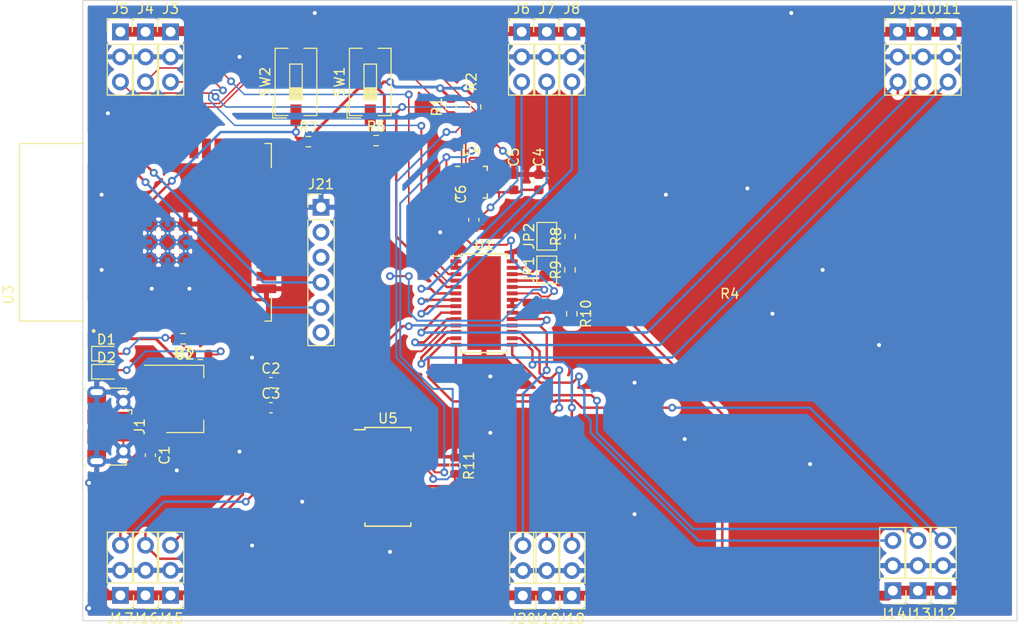
<source format=kicad_pcb>
(kicad_pcb (version 20211014) (generator pcbnew)
  (layers (0 "F.Cu" signal) (31 "B.Cu" signal) (34 "B.Paste" user) (35 "F.Paste" user) (36 "B.SilkS" user "B.Silkscreen") (37 "F.SilkS" user "F.Silkscreen") (38 "B.Mask" user) (39 "F.Mask" user) (44 "Edge.Cuts" user))
  (net 0 "")
  (net 4 "GND")
  (net 5 "VCC")
  (net 10 "PWM_0_0")
  (net 33 "3.3V")
  (net 34 "Net-(C6-Pad1)")
  (net 35 "Net-(D1-Pad2)")
  (net 36 "Net-(D2-Pad2)")
  (net 37 "FTDI_CTS")
  (net 38 "FTDI_VCC")
  (net 39 "FTDI_TX")
  (net 40 "FTDI_RX")
  (net 41 "FTDI_RST")
  (net 42 "I2C_SDA")
  (net 43 "I2C_SCL")
  (net 44 "PWM_0_1")
  (net 49 "9250_INT")
  (net 52 "PWM_0_2")
  (net 53 "PWM_0_3")
  (net 54 "PWM_0_4")
  (net 55 "PWM_0_5")
  (net 56 "PWM_0_6")
  (net 57 "PWM_0_7")
  (net 58 "PWM_0_8")
  (net 59 "PWM_0_9")
  (net 60 "PWM_0_10")
  (net 61 "PWM_0_11")
  (net 62 "PWM_0_15")
  (net 63 "PWM_1_0")
  (net 64 "PWM_1_1")
  (net 65 "PWM_0_12")
  (net 66 "PWM_0_13")
  (net 67 "PWM_0_14")
  (net 68 "FIRST_A0")
  (net 69 "FIRST_A1")
  (net 70 "Net-(R6-Pad1)")
  (net 71 "Net-(R7-Pad1)")
  (net 72 "Net-(R10-Pad2)")
  (net 73 "Net-(R11-Pad2)")
  (net 74 "PWM_1_2")
  (net 75 "PWM_1_3")
  (net 76 "PWM_1_4")
  (net 77 "PWM_1_5")
  (net 78 "PWM_1_6")
  (net 79 "PWM_1_7")
  (net 80 "PWM_1_8")
  (net 81 "PWM_1_9")
  (net 82 "PWM_1_10")
  (net 83 "PWM_1_11")
  (net 84 "PWM_1_12")
  (net 85 "PWM_1_13")
  (net 86 "PWM_1_14")
  (net 87 "PWM_1_15")
  (net 88 "LED_1")
  (net 89 "LED_2")
  (footprint "Capacitor_SMD:C_0603_1608Metric" (layer "F.Cu") (at 107.18 86.1 -90)
    (fp_text reference "C1")
    (fp_text value "1 uf")
  )
  (footprint "Capacitor_SMD:C_0603_1608Metric" (layer "F.Cu") (at 119.38 81.28)
    (fp_text reference "C3")
    (fp_text value "10 uf")
  )
  (footprint "Connector_PinHeader_2.54mm:PinHeader_1x03_P2.54mm_Vertical" (layer "F.Cu") (at 109.22 100.3 180)
    (fp_text reference "J15")
    (fp_text value "Conn_01x03_Female")
  )
  (footprint "Capacitor_SMD:C_0603_1608Metric" (layer "F.Cu") (at 146.52 58.42 90)
    (fp_text reference "C4")
    (fp_text value "10 nf")
  )
  (footprint "Resistor_SMD:R_0603_1608Metric" (layer "F.Cu") (at 137.623176 50.79396 90)
    (fp_text reference "R1")
    (fp_text value "4.7K")
  )
  (footprint "Jumper:SolderJumper-2_P1.3mm_Bridged2Bar_Pad1.0x1.5mm" (layer "F.Cu") (at 147.326539 63.901849 90)
    (fp_text reference "JP2")
    (fp_text value "Jumper_2_Open")
  )
  (footprint "Connector_PinHeader_2.54mm:PinHeader_1x03_P2.54mm_Vertical" (layer "F.Cu") (at 184.912457 99.827314 180)
    (fp_text reference "J13")
    (fp_text value "Conn_01x03_Female")
  )
  (footprint "Resistor_SMD:R_0603_1608Metric" (layer "F.Cu") (at 112.227936 75.885504)
    (fp_text reference "R4")
    (fp_text value "1K")
  )
  (footprint "Connector_PinHeader_2.54mm:PinHeader_1x03_P2.54mm_Vertical" (layer "F.Cu") (at 147.32 100.33 180)
    (fp_text reference "J19")
    (fp_text value "Conn_01x03_Female")
  )
  (footprint "Resistor_SMD:R_0603_1608Metric" (layer "F.Cu") (at 138.0175 87.16 -90)
    (fp_text reference "R11")
    (fp_text value "10K")
  )
  (footprint "Capacitor_SMD:C_0603_1608Metric" (layer "F.Cu") (at 119.38 78.74)
    (fp_text reference "C2")
    (fp_text value "1uf")
  )
  (footprint "Connector_PinHeader_2.54mm:PinHeader_1x03_P2.54mm_Vertical" (layer "F.Cu") (at 182.372457 99.827314 180)
    (fp_text reference "J14")
    (fp_text value "Conn_01x03_Female")
  )
  (footprint "Package_SO:HTSSOP-28-1EP_4.4x9.7mm_P0.65mm_EP3.4x9.5mm" (layer "F.Cu") (at 140.97 70.67)
    (fp_text reference "U1")
    (fp_text value "PCA9685BS")
  )
  (footprint "Connector_PinHeader_2.54mm:PinHeader_1x06_P2.54mm_Vertical" (layer "F.Cu") (at 124.46 60.96)
    (fp_text reference "J21")
    (fp_text value "Conn_01x06_Male")
  )
  (footprint "ESP32:MODULE_ESP32-WROOM-32" (layer "F.Cu") (at 106.68 63.5 90)
    (fp_text reference "U3")
    (fp_text value "ESP32-WROOM-32")
  )
  (footprint "Connector_USB:USB_Micro-B_Molex-105017-0001" (layer "F.Cu") (at 102.979869 83.196152 -90)
    (fp_text reference "J1")
    (fp_text value "USB_B_Micro")
  )
  (footprint "Connector_PinHeader_2.54mm:PinHeader_1x03_P2.54mm_Vertical" (layer "F.Cu") (at 149.86 43.18)
    (fp_text reference "J8")
    (fp_text value "Conn_01x03_Female")
  )
  (footprint "Resistor_SMD:R_0603_1608Metric" (layer "F.Cu") (at 140.1125 50.8 90)
    (fp_text reference "R2")
    (fp_text value "4.7K")
  )
  (footprint "Connector_PinHeader_2.54mm:PinHeader_1x03_P2.54mm_Vertical" (layer "F.Cu") (at 149.86 100.33 180)
    (fp_text reference "J18")
    (fp_text value "Conn_01x03_Female")
  )
  (footprint "Resistor_SMD:R_0603_1608Metric" (layer "F.Cu") (at 149.688546 63.924781 90)
    (fp_text reference "R8")
    (fp_text value "10K")
  )
  (footprint "Resistor_SMD:R_0603_1608Metric" (layer "F.Cu") (at 130.047656 54.201464)
    (fp_text reference "R6")
    (fp_text value "10K")
  )
  (footprint "Connector_PinHeader_2.54mm:PinHeader_1x03_P2.54mm_Vertical" (layer "F.Cu") (at 147.32 43.18)
    (fp_text reference "J7")
    (fp_text value "Conn_01x03_Female")
  )
  (footprint "Connector_PinHeader_2.54mm:PinHeader_1x03_P2.54mm_Vertical" (layer "F.Cu") (at 106.68 43.18)
    (fp_text reference "J4")
    (fp_text value "Conn_01x03_Female")
  )
  (footprint "Capacitor_SMD:C_0603_1608Metric" (layer "F.Cu") (at 139.935 62.23 -90)
    (fp_text reference "C6")
    (fp_text value "0.1 uf")
  )
  (footprint "Connector_PinHeader_2.54mm:PinHeader_1x03_P2.54mm_Vertical" (layer "F.Cu") (at 185.42 43.18)
    (fp_text reference "J10")
    (fp_text value "Conn_01x03_Female")
  )
  (footprint "Capacitor_SMD:C_0603_1608Metric" (layer "F.Cu") (at 143.98 58.42 90)
    (fp_text reference "C5")
    (fp_text value "0.1 uf")
  )
  (footprint "Connector_PinHeader_2.54mm:PinHeader_1x03_P2.54mm_Vertical" (layer "F.Cu") (at 104.14 100.3 180)
    (fp_text reference "J17")
    (fp_text value "Conn_01x03_Female")
  )
  (footprint "Resistor_SMD:R_0603_1608Metric" (layer "F.Cu") (at 149.67 67.31 90)
    (fp_text reference "R9")
    (fp_text value "10K")
  )
  (footprint "Connector_PinHeader_2.54mm:PinHeader_1x03_P2.54mm_Vertical" (layer "F.Cu") (at 104.14 43.18)
    (fp_text reference "J5")
    (fp_text value "Conn_01x03_Female")
  )
  (footprint "Connector_PinHeader_2.54mm:PinHeader_1x03_P2.54mm_Vertical" (layer "F.Cu") (at 109.22 43.18)
    (fp_text reference "J3")
    (fp_text value "Conn_01x03_Female")
  )
  (footprint "Connector_PinHeader_2.54mm:PinHeader_1x03_P2.54mm_Vertical" (layer "F.Cu") (at 106.68 100.3 180)
    (fp_text reference "J16")
    (fp_text value "Conn_01x03_Female")
  )
  (footprint "Resistor_SMD:R_0603_1608Metric" (layer "F.Cu") (at 123.189142 54.312035)
    (fp_text reference "R7")
    (fp_text value "10K")
  )
  (footprint "Package_SO:HTSSOP-28-1EP_4.4x9.7mm_P0.65mm_EP3.4x9.5mm" (layer "F.Cu") (at 131.23 88.26)
    (fp_text reference "U5")
    (fp_text value "PCA9685BS")
  )
  (footprint "Package_TO_SOT_SMD:SOT-223-3_TabPin2" (layer "F.Cu") (at 110.673719 80.387885)
    (fp_text reference "U2")
    (fp_text value "LM317_SOT-223")
  )
  (footprint "Button_Switch_SMD:SW_DIP_SPSTx01_Slide_6.7x4.1mm_W6.73mm_P2.54mm_LowProfile_JPin" (layer "F.Cu") (at 129.445 48.26 90)
    (fp_text reference "SW1")
    (fp_text value "ESP_PROG")
  )
  (footprint "Connector_PinHeader_2.54mm:PinHeader_1x03_P2.54mm_Vertical" (layer "F.Cu") (at 144.78 43.18)
    (fp_text reference "J6")
    (fp_text value "Conn_01x03_Female")
  )
  (footprint "Button_Switch_SMD:SW_DIP_SPSTx01_Slide_6.7x4.1mm_W6.73mm_P2.54mm_LowProfile_JPin" (layer "F.Cu") (at 121.92 48.26 90)
    (fp_text reference "SW2")
    (fp_text value "ESP_RST")
  )
  (footprint "Connector_PinHeader_2.54mm:PinHeader_1x03_P2.54mm_Vertical" (layer "F.Cu") (at 187.96 43.18)
    (fp_text reference "J11")
    (fp_text value "Conn_01x03_Female")
  )
  (footprint "LED_SMD:LED_0603_1608Metric" (layer "F.Cu") (at 102.720665 77.637263)
    (fp_text reference "D2")
    (fp_text value "LED")
  )
  (footprint "Connector_PinHeader_2.54mm:PinHeader_1x03_P2.54mm_Vertical" (layer "F.Cu") (at 187.452457 99.827314 180)
    (fp_text reference "J12")
    (fp_text value "Conn_01x03_Female")
  )
  (footprint "Jumper:SolderJumper-2_P1.3mm_Bridged2Bar_Pad1.0x1.5mm" (layer "F.Cu") (at 147.32 67.31 90)
    (fp_text reference "JP1")
    (fp_text value "Jumper_2_Open")
  )
  (footprint "Resistor_SMD:R_0603_1608Metric" (layer "F.Cu") (at 149.86 71.755 -90)
    (fp_text reference "R10")
    (fp_text value "10K")
  )
  (footprint "Connector_PinHeader_2.54mm:PinHeader_1x03_P2.54mm_Vertical" (layer "F.Cu") (at 182.88 43.18)
    (fp_text reference "J9")
    (fp_text value "Conn_01x03_Female")
  )
  (footprint "Connector_PinHeader_2.54mm:PinHeader_1x03_P2.54mm_Vertical" (layer "F.Cu") (at 144.9 100.33 180)
    (fp_text reference "J20")
    (fp_text value "Conn_01x03_Female")
  )
  (footprint "Resistor_SMD:R_0603_1608Metric" (layer "F.Cu") (at 110.49 74.295 180)
    (fp_text reference "R3")
    (fp_text value "1K")
  )
  (footprint "LED_SMD:LED_0603_1608Metric" (layer "F.Cu") (at 102.7175 75.8)
    (fp_text reference "D1")
    (fp_text value "LED")
  )
  (footprint "Sensor_Motion:InvenSense_QFN-24_3x3mm_P0.4mm" (layer "F.Cu") (at 139.7 58.42)
    (fp_text reference "U4")
    (fp_text value "MPU-9250")
  )
  (gr_rect locked (start 100.33 40.005) (end 194.945 102.87) (layer "Edge.Cuts") (width 0.1) (fill none))
  (segment (start 126.73 90.535) (end 126.365 90.17) (width 0.2) (layer "F.Cu") (net 4))
  (segment (start 141.2 57.42) (end 141.97 57.42) (width 0.2) (layer "F.Cu") (net 4))
  (segment (start 134.08 87.935) (end 131.555 87.935) (width 0.2) (layer "F.Cu") (net 4))
  (segment (start 135.32 74.89896) (end 134.65396 75.565) (width 0.2) (layer "F.Cu") (net 4))
  (segment (start 143.82 70.345) (end 146.545 70.345) (width 0.2) (layer "F.Cu") (net 4))
  (segment (start 131.555 87.935) (end 131.23 88.26) (width 0.2) (layer "F.Cu") (net 4))
  (segment (start 137.27396 72.945) (end 135.32 74.89896) (width 0.2) (layer "F.Cu") (net 4))
  (segment (start 147.13 70.93) (end 149.86 70.93) (width 0.2) (layer "F.Cu") (net 4))
  (segment (start 134.65396 75.565) (end 133.35 75.565) (width 0.2) (layer "F.Cu") (net 4))
  (segment (start 128.955 90.535) (end 131.23 88.26) (width 0.2) (layer "F.Cu") (net 4))
  (segment (start 138.12 72.945) (end 137.27396 72.945) (width 0.2) (layer "F.Cu") (net 4))
  (segment (start 128.38 90.535) (end 128.955 90.535) (width 0.2) (layer "F.Cu") (net 4))
  (segment (start 146.545 70.345) (end 147.13 70.93) (width 0.2) (layer "F.Cu") (net 4))
  (segment (start 141.97 57.42) (end 142.24 57.15) (width 0.2) (layer "F.Cu") (net 4))
  (segment (start 104.442369 84.496152) (end 104.442369 85.696152) (width 0.2) (layer "F.Cu") (net 4))
  (segment (start 128.38 90.535) (end 126.73 90.535) (width 0.2) (layer "F.Cu") (net 4))
  (via (at 102.87 51.435) (size 0.8) (drill 0.4) (layers "F.Cu" "B.Cu") (net 4))
  (via (at 117.475 95.25) (size 0.8) (drill 0.4) (layers "F.Cu" "B.Cu") (net 4))
  (via (at 116.205 45.72) (size 0.8) (drill 0.4) (layers "F.Cu" "B.Cu") (net 4))
  (via (at 111.125 69.215) (size 0.8) (drill 0.4) (layers "F.Cu" "B.Cu") (net 4))
  (via (at 159.385 59.69) (size 0.8) (drill 0.4) (layers "F.Cu" "B.Cu") (net 4))
  (via (at 156.21 78.74) (size 0.8) (drill 0.4) (layers "F.Cu" "B.Cu") (net 4))
  (via (at 109.855 87.63) (size 0.8) (drill 0.4) (layers "F.Cu" "B.Cu") (net 4))
  (via (at 122.555 90.805) (size 0.8) (drill 0.4) (layers "F.Cu" "B.Cu") (net 4))
  (via (at 107.315 69.215) (size 0.8) (drill 0.4) (layers "F.Cu" "B.Cu") (net 4))
  (via (at 102.235 59.69) (size 0.8) (drill 0.4) (layers "F.Cu" "B.Cu") (net 4))
  (via (at 136.525 63.5) (size 0.8) (drill 0.4) (layers "F.Cu" "B.Cu") (net 4))
  (via (at 102.235 67.31) (size 0.8) (drill 0.4) (layers "F.Cu" "B.Cu") (net 4))
  (via (at 173.99 86.995) (size 0.8) (drill 0.4) (layers "F.Cu" "B.Cu") (net 4))
  (via (at 156.21 92.075) (size 0.8) (drill 0.4) (layers "F.Cu" "B.Cu") (net 4))
  (via (at 100.965 101.6) (size 0.8) (drill 0.4) (layers "F.Cu" "B.Cu") (net 4))
  (via (at 167.64 59.055) (size 0.8) (drill 0.4) (layers "F.Cu" "B.Cu") (net 4))
  (via (at 100.965 88.9) (size 0.8) (drill 0.4) (layers "F.Cu" "B.Cu") (net 4))
  (via (at 116.205 85.725) (size 0.8) (drill 0.4) (layers "F.Cu" "B.Cu") (net 4))
  (via (at 131.445 95.885) (size 0.8) (drill 0.4) (layers "F.Cu" "B.Cu") (net 4))
  (via (at 123.825 41.275) (size 0.8) (drill 0.4) (layers "F.Cu" "B.Cu") (net 4))
  (via (at 117.475 76.2) (size 0.8) (drill 0.4) (layers "F.Cu" "B.Cu") (net 4))
  (via (at 170.18 71.755) (size 0.8) (drill 0.4) (layers "F.Cu" "B.Cu") (net 4))
  (via (at 141.605 78.105) (size 0.8) (drill 0.4) (layers "F.Cu" "B.Cu") (net 4))
  (via (at 180.975 74.93) (size 0.8) (drill 0.4) (layers "F.Cu" "B.Cu") (net 4))
  (via (at 141.605 83.82) (size 0.8) (drill 0.4) (layers "F.Cu" "B.Cu") (net 4))
  (via (at 161.29 84.455) (size 0.8) (drill 0.4) (layers "F.Cu" "B.Cu") (net 4))
  (via (at 172.085 41.275) (size 0.8) (drill 0.4) (layers "F.Cu" "B.Cu") (net 4))
  (via (at 175.26 67.31) (size 0.8) (drill 0.4) (layers "F.Cu" "B.Cu") (net 4))
  (segment (start 165.1 100.33) (end 181.869771 100.33) (width 1) (layer "F.Cu") (net 5))
  (segment (start 107.523719 84.981281) (end 107.18 85.325) (width 1) (layer "F.Cu") (net 5))
  (segment (start 148.47 68.86) (end 150.162462 68.86) (width 0.25) (layer "F.Cu") (net 5))
  (segment (start 189.7 43.18) (end 187.96 43.18) (width 1) (layer "F.Cu") (net 5))
  (segment (start 101.6 90.671852) (end 101.6 99.06) (width 1) (layer "F.Cu") (net 5))
  (segment (start 150.564781 65.474781) (end 148.249471 65.474781) (width 0.25) (layer "F.Cu") (net 5))
  (segment (start 187.452457 99.827314) (end 184.912457 99.827314) (width 1) (layer "F.Cu") (net 5))
  (segment (start 151.13 66.242462) (end 151.13 66.04) (width 0.25) (layer "F.Cu") (net 5))
  (segment (start 136.03 87.085) (end 138.370317 87.085) (width 0.3) (layer "F.Cu") (net 5))
  (segment (start 187.452457 99.827314) (end 189.732686 99.827314) (width 1) (layer "F.Cu") (net 5))
  (segment (start 149.86 100.33) (end 147.32 100.33) (width 1) (layer "F.Cu") (net 5))
  (segment (start 107.523719 82.687885) (end 107.523719 84.981281) (width 1) (layer "F.Cu") (net 5))
  (segment (start 147.326539 64.551849) (end 147.736849 64.551849) (width 0.3) (layer "F.Cu") (net 5))
  (segment (start 165.1 81.915) (end 165.1 100.33) (width 0.25) (layer "F.Cu") (net 5))
  (segment (start 144.78 43.18) (end 147.32 43.18) (width 1) (layer "F.Cu") (net 5))
  (segment (start 144.87 100.3) (end 144.9 100.33) (width 1) (layer "F.Cu") (net 5))
  (segment (start 138.370317 87.085) (end 139.095 87.809683) (width 0.3) (layer "F.Cu") (net 5))
  (segment (start 152.4 69.215) (end 165.1 81.915) (width 0.25) (layer "F.Cu") (net 5))
  (segment (start 149.86 43.18) (end 182.88 43.18) (width 1) (layer "F.Cu") (net 5))
  (segment (start 107.18 85.325) (end 106.946852 85.325) (width 1) (layer "F.Cu") (net 5))
  (segment (start 149.277538 67.31) (end 150.062462 67.31) (width 0.25) (layer "F.Cu") (net 5))
  (segment (start 150.162462 68.86) (end 150.517462 69.215) (width 0.25) (layer "F.Cu") (net 5))
  (segment (start 147.32 67.96) (end 147.57 67.96) (width 0.25) (layer "F.Cu") (net 5))
  (segment (start 106.68 100.3) (end 109.22 100.3) (width 1) (layer "F.Cu") (net 5))
  (segment (start 147.97 67.96) (end 147.32 67.96) (width 0.3) (layer "F.Cu") (net 5))
  (segment (start 106.731986 81.896152) (end 107.523719 82.687885) (width 0.3) (layer "F.Cu") (net 5))
  (segment (start 134.93 85.985) (end 136.03 87.085) (width 0.3) (layer "F.Cu") (net 5))
  (segment (start 148.249471 65.474781) (end 147.326539 64.551849) (width 0.25) (layer "F.Cu") (net 5))
  (segment (start 151.13 66.04) (end 150.564781 65.474781) (width 0.25) (layer "F.Cu") (net 5))
  (segment (start 134.08 85.985) (end 134.93 85.985) (width 0.3) (layer "F.Cu") (net 5))
  (segment (start 104.14 43.18) (end 106.68 43.18) (width 1) (layer "F.Cu") (net 5))
  (segment (start 150.062462 67.31) (end 151.13 66.242462) (width 0.25) (layer "F.Cu") (net 5))
  (segment (start 144.9 100.33) (end 147.32 100.33) (width 1) (layer "F.Cu") (net 5))
  (segment (start 144.715 43.115) (end 144.78 43.18) (width 1) (layer "F.Cu") (net 5))
  (segment (start 148.627538 67.96) (end 149.277538 67.31) (width 0.25) (layer "F.Cu") (net 5))
  (segment (start 192.24 97.32) (end 192.24 45.72) (width 1) (layer "F.Cu") (net 5))
  (segment (start 182.88 43.18) (end 185.42 43.18) (width 1) (layer "F.Cu") (net 5))
  (segment (start 147.32 43.18) (end 149.86 43.18) (width 1) (layer "F.Cu") (net 5))
  (segment (start 101.6 99.06) (end 102.84 100.3) (width 1) (layer "F.Cu") (net 5))
  (segment (start 181.869771 100.33) (end 182.372457 99.827314) (width 1) (layer "F.Cu") (net 5))
  (segment (start 189.732686 99.827314) (end 192.24 97.32) (width 1) (layer "F.Cu") (net 5))
  (segment (start 109.285 43.115) (end 144.715 43.115) (width 1) (layer "F.Cu") (net 5))
  (segment (start 104.442369 81.896152) (end 106.731986 81.896152) (width 0.3) (layer "F.Cu") (net 5))
  (segment (start 139.095 100.3) (end 144.87 100.3) (width 1) (layer "F.Cu") (net 5))
  (segment (start 146.885 68.395) (end 143.82 68.395) (width 0.25) (layer "F.Cu") (net 5))
  (segment (start 106.946852 85.325) (end 101.6 90.671852) (width 1) (layer "F.Cu") (net 5))
  (segment (start 102.84 100.3) (end 104.14 100.3) (width 1) (layer "F.Cu") (net 5))
  (segment (start 109.22 43.18) (end 109.285 43.115) (width 1) (layer "F.Cu") (net 5))
  (segment (start 150.517462 69.215) (end 152.4 69.215) (width 0.25) (layer "F.Cu") (net 5))
  (segment (start 104.14 100.3) (end 106.68 100.3) (width 1) (layer "F.Cu") (net 5))
  (segment (start 185.42 43.18) (end 187.96 43.18) (width 1) (layer "F.Cu") (net 5))
  (segment (start 147.32 67.96) (end 146.885 68.395) (width 0.25) (layer "F.Cu") (net 5))
  (segment (start 109.22 100.3) (end 139.095 100.3) (width 1) (layer "F.Cu") (net 5))
  (segment (start 184.912457 99.827314) (end 182.372457 99.827314) (width 1) (layer "F.Cu") (net 5))
  (segment (start 147.32 67.96) (end 148.627538 67.96) (width 0.25) (layer "F.Cu") (net 5))
  (segment (start 106.68 43.18) (end 109.22 43.18) (width 1) (layer "F.Cu") (net 5))
  (segment (start 192.24 45.72) (end 189.7 43.18) (width 1) (layer "F.Cu") (net 5))
  (segment (start 139.095 87.809683) (end 139.095 100.3) (width 0.3) (layer "F.Cu") (net 5))
  (segment (start 149.86 100.33) (end 165.1 100.33) (width 1) (layer "F.Cu") (net 5))
  (segment (start 147.57 67.96) (end 148.47 68.86) (width 0.25) (layer "F.Cu") (net 5))
  (segment (start 138.12 67.745) (end 137.37 67.745) (width 0.2) (layer "F.Cu") (net 10))
  (segment (start 113.679544 48.26) (end 114.531098 49.111554) (width 0.154) (layer "F.Cu") (net 10))
  (segment (start 134.62 64.995) (end 134.62 52.705) (width 0.2) (layer "F.Cu") (net 10))
  (segment (start 137.37 67.745) (end 134.62 64.995) (width 0.2) (layer "F.Cu") (net 10))
  (segment (start 109.22 48.26) (end 113.679544 48.26) (width 0.154) (layer "F.Cu") (net 10))
  (via (at 134.62 52.705) (size 0.8) (drill 0.4) (layers "F.Cu" "B.Cu") (net 10))
  (via (at 114.531098 49.111554) (size 0.8) (drill 0.4) (layers "F.Cu" "B.Cu") (net 10))
  (segment (start 113.101694 49.489077) (end 113.498271 49.0925) (width 0.154) (layer "B.Cu") (net 10))
  (segment (start 115.714771 52.663) (end 113.101694 50.049923) (width 0.154) (layer "B.Cu") (net 10))
  (segment (start 134.578 52.663) (end 134.62 52.705) (width 0.154) (layer "B.Cu") (net 10))
  (segment (start 115.714771 52.663) (end 134.578 52.663) (width 0.154) (layer "B.Cu") (net 10))
  (segment (start 114.512044 49.0925) (end 114.531098 49.111554) (width 0.154) (layer "B.Cu") (net 10))
  (segment (start 113.101694 50.049923) (end 113.101694 49.489077) (width 0.154) (layer "B.Cu") (net 10))
  (segment (start 113.498271 49.0925) (end 114.512044 49.0925) (width 0.154) (layer "B.Cu") (net 10))
  (segment (start 141.9225 54.9275) (end 142.24 54.61) (width 0.2) (layer "F.Cu") (net 33))
  (segment (start 128.27 57.15) (end 128.27 74.295) (width 0.3) (layer "F.Cu") (net 33))
  (segment (start 137.623176 49.96896) (end 137.59896 49.96896) (width 0.3) (layer "F.Cu") (net 33))
  (segment (start 142.24 54.61) (end 142.875 55.245) (width 0.2) (layer "F.Cu") (net 33))
  (segment (start 124.014142 53.150858) (end 128.27 48.895) (width 0.3) (layer "F.Cu") (net 33))
  (segment (start 139.5 56.92) (end 139.5 56.08) (width 0.2) (layer "F.Cu") (net 33))
  (segment (start 130.175 48.895) (end 130.81 48.26) (width 0.3) (layer "F.Cu") (net 33))
  (segment (start 124.014142 54.312035) (end 124.014142 53.150858) (width 0.3) (layer "F.Cu") (net 33))
  (segment (start 142.485 59.445) (end 141.26967 59.445) (width 0.25) (layer "F.Cu") (net 33))
  (segment (start 141.626231 60.981231) (end 142.485 60.122462) (width 0.2) (layer "F.Cu") (net 33))
  (segment (start 102.69 73.3) (end 103.685 74.295) (width 0.3) (layer "F.Cu") (net 33))
  (segment (start 107.572115 80.387885) (end 110.697917 77.262083) (width 0.3) (layer "F.Cu") (net 33))
  (segment (start 128.27 74.295) (end 122.415 80.15) (width 0.3) (layer "F.Cu") (net 33))
  (segment (start 144.53 59.445) (end 142.485 59.445) (width 0.25) (layer "F.Cu") (net 33))
  (segment (start 102.69 72) (end 102.69 73.3) (width 0.3) (layer "F.Cu") (net 33))
  (segment (start 103.685 74.295) (end 107.730834 74.295) (width 0.3) (layer "F.Cu") (net 33))
  (segment (start 118.605 81.28) (end 118.605 80.15) (width 0.3) (layer "F.Cu") (net 33))
  (segment (start 113.823719 80.387885) (end 118.367115 80.387885) (width 0.3) (layer "F.Cu") (net 33))
  (segment (start 118.367115 80.387885) (end 118.605 80.15) (width 0.3) (layer "F.Cu") (net 33))
  (segment (start 142.24 52.1025) (end 140.1125 49.975) (width 0.2) (layer "F.Cu") (net 33))
  (segment (start 144.78 59.195) (end 146.52 59.195) (width 0.25) (layer "F.Cu") (net 33))
  (segment (start 130.872656 49.592656) (end 130.872656 54.201464) (width 0.3) (layer "F.Cu") (net 33))
  (segment (start 107.730834 74.295) (end 110.697917 77.262083) (width 0.3) (layer "F.Cu") (net 33))
  (segment (start 118.605 80.15) (end 118.605 78.74) (width 0.3) (layer "F.Cu") (net 33))
  (segment (start 142.485 60.122462) (end 142.485 59.445) (width 0.2) (layer "F.Cu") (net 33))
  (segment (start 122.415 80.15) (end 118.605 80.15) (width 0.3) (layer "F.Cu") (net 33))
  (segment (start 144.78 59.195) (end 144.53 59.445) (width 0.25) (layer "F.Cu") (net 33))
  (segment (start 139.1 61.837462) (end 139.492538 62.23) (width 0.2) (layer "F.Cu") (net 33))
  (segment (start 130.872656 54.201464) (end 130.872656 54.547344) (width 0.3) (layer "F.Cu") (net 33))
  (segment (start 139.635 55.945) (end 140.905 55.945) (width 0.2) (layer "F.Cu") (net 33))
  (segment (start 140.1125 49.9425) (end 139.065 48.895) (width 0.3) (layer "F.Cu") (net 33))
  (segment (start 139.492538 62.23) (end 140.377462 62.23) (width 0.2) (layer "F.Cu") (net 33))
  (segment (start 139.1 59.92) (end 139.1 61.837462) (width 0.2) (layer "F.Cu") (net 33))
  (segment (start 107.523719 80.387885) (end 107.572115 80.387885) (width 0.3) (layer "F.Cu") (net 33))
  (segment (start 130.872656 54.547344) (end 128.27 57.15) (width 0.3) (layer "F.Cu") (net 33))
  (segment (start 140.377462 62.23) (end 141.626231 60.981231) (width 0.2) (layer "F.Cu") (net 33))
  (segment (start 110.697917 77.262083) (end 113.823719 80.387885) (width 0.3) (layer "F.Cu") (net 33))
  (segment (start 142.24 54.61) (end 142.24 52.1025) (width 0.2) (layer "F.Cu") (net 33))
  (segment (start 130.81 48.26) (end 131.445 48.26) (width 0.3) (layer "F.Cu") (net 33))
  (segment (start 128.27 48.895) (end 130.175 48.895) (width 0.3) (layer "F.Cu") (net 33))
  (segment (start 139.5 56.08) (end 139.635 55.945) (width 0.2) (layer "F.Cu") (net 33))
  (segment (start 137.59896 49.96896) (end 136.525 48.895) (width 0.3) (layer "F.Cu") (net 33))
  (segment (start 140.1125 49.975) (end 140.1125 49.9425) (width 0.3) (layer "F.Cu") (net 33))
  (segment (start 140.905 55.945) (end 141.9225 54.9275) (width 0.2) (layer "F.Cu") (net 33))
  (segment (start 130.175 48.895) (end 130.872656 49.592656) (width 0.3) (layer "F.Cu") (net 33))
  (via (at 142.875 55.245) (size 0.8) (drill 0.4) (layers "F.Cu" "B.Cu") (net 33))
  (via (at 141.626231 60.981231) (size 0.8) (drill 0.4) (layers "F.Cu" "B.Cu") (net 33))
  (via (at 131.445 48.26) (size 0.8) (drill 0.4) (layers "F.Cu" "B.Cu") (net 33))
  (via (at 136.525 48.895) (size 0.8) (drill 0.4) (layers "F.Cu" "B.Cu") (net 33))
  (via (at 139.065 48.895) (size 0.8) (drill 0.4) (layers "F.Cu" "B.Cu") (net 33))
  (segment (start 144.355 58.252462) (end 141.626231 60.981231) (width 0.2) (layer "B.Cu") (net 33))
  (segment (start 136.41 48.78) (end 136.525 48.895) (width 0.3) (layer "B.Cu") (net 33))
  (segment (start 142.875 55.245) (end 144.355 56.725) (width 0.2) (layer "B.Cu") (net 33))
  (segment (start 139.065 48.895) (end 136.525 48.895) (width 0.3) (layer "B.Cu") (net 33))
  (segment (start 131.965 48.78) (end 136.41 48.78) (width 0.3) (layer "B.Cu") (net 33))
  (segment (start 144.355 56.725) (end 144.355 58.252462) (width 0.2) (layer "B.Cu") (net 33))
  (segment (start 131.445 48.26) (end 131.965 48.78) (width 0.3) (layer "B.Cu") (net 33))
  (segment (start 139.9 59.92) (end 139.9 61.536028) (width 0.2) (layer "F.Cu") (net 34))
  (segment (start 139.9 61.536028) (end 139.917384 61.553412) (width 0.2) (layer "F.Cu") (net 34))
  (segment (start 104.54 75.8) (end 104.775 75.565) (width 0.2) (layer "F.Cu") (net 35))
  (segment (start 108.687894 74.192106) (end 109.562106 74.192106) (width 0.2) (layer "F.Cu") (net 35))
  (segment (start 109.562106 74.192106) (end 109.665 74.295) (width 0.2) (layer "F.Cu") (net 35))
  (segment (start 103.505 75.8) (end 104.54 75.8) (width 0.2) (layer "F.Cu") (net 35))
  (via (at 104.775 75.565) (size 0.8) (drill 0.4) (layers "F.Cu" "B.Cu") (net 35))
  (via (at 108.687894 74.192106) (size 0.8) (drill 0.4) (layers "F.Cu" "B.Cu") (net 35))
  (segment (start 104.775 75.565) (end 106.147894 74.192106) (width 0.2) (layer "B.Cu") (net 35))
  (segment (start 106.147894 74.192106) (end 108.687894 74.192106) (width 0.2) (layer "B.Cu") (net 35))
  (segment (start 113.052936 75.885504) (end 113.979496 75.885504) (width 0.2) (layer "F.Cu") (net 36))
  (segment (start 104.775 77.47) (end 103.675428 77.47) (width 0.2) (layer "F.Cu") (net 36))
  (segment (start 103.675428 77.47) (end 103.508165 77.637263) (width 0.2) (layer "F.Cu") (net 36))
  (segment (start 113.979496 75.885504) (end 114.3 75.565) (width 0.2) (layer "F.Cu") (net 36))
  (via (at 114.3 75.565) (size 0.8) (drill 0.4) (layers "F.Cu" "B.Cu") (net 36))
  (via (at 104.775 77.47) (size 0.8) (drill 0.4) (layers "F.Cu" "B.Cu") (net 36))
  (segment (start 114.3 75.565) (end 106.68 75.565) (width 0.2) (layer "B.Cu") (net 36))
  (segment (start 106.68 75.565) (end 104.775 77.47) (width 0.2) (layer "B.Cu") (net 36))
  (segment (start 106.5 55) (end 106.5 56.45015) (width 0.25) (layer "F.Cu") (net 39))
  (segment (start 106.5 56.45015) (end 107.520485 57.470635) (width 0.25) (layer "F.Cu") (net 39))
  (via (at 107.520485 57.470635) (size 0.8) (drill 0.4) (layers "F.Cu" "B.Cu") (net 39))
  (segment (start 118.62985 68.58) (end 124.46 68.58) (width 0.25) (layer "B.Cu") (net 39))
  (segment (start 107.520485 57.470635) (end 118.62985 68.58) (width 0.25) (layer "B.Cu") (net 39))
  (segment (start 105.23 56.97) (end 106.68 58.42) (width 0.25) (layer "F.Cu") (net 40))
  (segment (start 105.23 55) (end 105.23 56.97) (width 0.25) (layer "F.Cu") (net 40))
  (via (at 106.68 58.42) (size 0.8) (drill 0.4) (layers "F.Cu" "B.Cu") (net 40))
  (segment (start 119.38 71.12) (end 124.46 71.12) (width 0.25) (layer "B.Cu") (net 40))
  (segment (start 106.68 58.42) (end 119.38 71.12) (width 0.25) (layer "B.Cu") (net 40))
  (segment (start 134.83 86.635) (end 136.0295 87.8345) (width 0.2) (layer "F.Cu") (net 42))
  (segment (start 134.08 86.635) (end 134.83 86.635) (width 0.2) (layer "F.Cu") (net 42))
  (segment (start 133.348216 47.344) (end 117.756 47.344) (width 0.154) (layer "F.Cu") (net 42))
  (segment (start 138.7 52.695784) (end 138.7 56.92) (width 0.154) (layer "F.Cu") (net 42))
  (segment (start 109.22 50.8) (end 107.77 52.25) (width 0.154) (layer "F.Cu") (net 42))
  (segment (start 114.3 50.8) (end 109.22 50.8) (width 0.154) (layer "F.Cu") (net 42))
  (segment (start 146.795756 69.045) (end 143.82 69.045) (width 0.2) (layer "F.Cu") (net 42))
  (segment (start 107.77 52.25) (end 107.77 55) (width 0.154) (layer "F.Cu") (net 42))
  (segment (start 138.7 52.695784) (end 138.055784 53.34) (width 0.154) (layer "F.Cu") (net 42))
  (segment (start 131.445 67.945) (end 133.35 67.945) (width 0.2) (layer "F.Cu") (net 42))
  (segment (start 136.0295 87.8345) (end 136.943 87.8345) (width 0.2) (layer "F.Cu") (net 42))
  (segment (start 147.070357 69.319601) (end 146.795756 69.045) (width 0.2) (layer "F.Cu") (net 42))
  (segment (start 117.756 47.344) (end 114.3 50.8) (width 0.154) (layer "F.Cu") (net 42))
  (segment (start 138.055784 53.34) (end 137.16 53.34) (width 0.154) (layer "F.Cu") (net 42))
  (segment (start 137.623176 51.61896) (end 133.348216 47.344) (width 0.154) (layer "F.Cu") (net 42))
  (segment (start 137.623176 51.61896) (end 138.7 52.695784) (width 0.154) (layer "F.Cu") (net 42))
  (via (at 137.16 53.34) (size 0.8) (drill 0.4) (layers "F.Cu" "B.Cu") (net 42))
  (via (at 133.35 67.945) (size 0.8) (drill 0.4) (layers "F.Cu" "B.Cu") (net 42))
  (via (at 136.943 87.8345) (size 0.8) (drill 0.4) (layers "F.Cu" "B.Cu") (net 42))
  (via (at 131.445 67.945) (size 0.8) (drill 0.4) (layers "F.Cu" "B.Cu") (net 42))
  (via (at 147.070357 69.319601) (size 0.8) (drill 0.4) (layers "F.Cu" "B.Cu") (net 42))
  (segment (start 133.35 71.59) (end 133.35 67.945) (width 0.2) (layer "B.Cu") (net 42))
  (segment (start 132.08 67.945) (end 132.08 58.42) (width 0.2) (layer "B.Cu") (net 42))
  (segment (start 136.943 87.8345) (end 136.943 81.063) (width 0.2) (layer "B.Cu") (net 42))
  (segment (start 147.070357 69.319601) (end 145.945399 69.319601) (width 0.2) (layer "B.Cu") (net 42))
  (segment (start 132.08 58.42) (end 137.16 53.34) (width 0.2) (layer "B.Cu") (net 42))
  (segment (start 132.08 67.945) (end 131.445 67.945) (width 0.2) (layer "B.Cu") (net 42))
  (segment (start 136.943 81.063) (end 132.08 76.2) (width 0.2) (layer "B.Cu") (net 42))
  (segment (start 138.14995 53.34) (end 137.16 53.34) (width 0.2) (layer "B.Cu") (net 42))
  (segment (start 145.945399 69.319601) (end 142.81 72.455) (width 0.2) (layer "B.Cu") (net 42))
  (segment (start 132.08 76.2) (end 132.08 67.945) (width 0.2) (layer "B.Cu") (net 42))
  (segment (start 142.81 72.455) (end 134.215 72.455) (width 0.2) (layer "B.Cu") (net 42))
  (segment (start 134.215 72.455) (end 133.35 71.59) (width 0.2) (layer "B.Cu") (net 42))
  (segment (start 143.704799 64.329799) (end 143.264598 64.77) (width 0.2) (layer "F.Cu") (net 43))
  (segment (start 140.1125 51.625) (end 139.123 52.6145) (width 0.154) (layer "F.Cu") (net 43))
  (segment (start 139.123 52.6145) (end 139.123 55.303) (width 0.154) (layer "F.Cu") (net 43))
  (segment (start 114.153368 50.446) (end 117.609368 46.99) (width 0.154) (layer "F.Cu") (net 43))
  (segment (start 139.7415 64.77) (end 137.16 62.1885) (width 0.2) (layer "F.Cu") (net 43))
  (segment (start 137.16 62.1885) (end 137.16 55.88) (width 0.2) (layer "F.Cu") (net 43))
  (segment (start 134.08 87.285) (end 134.91 87.285) (width 0.2) (layer "F.Cu") (net 43))
  (segment (start 134.91 87.285) (end 135.89 88.265) (width 0.2) (layer "F.Cu") (net 43))
  (segment (start 148.060296 69.457531) (end 147.498226 70.019601) (width 0.2) (layer "F.Cu") (net 43))
  (segment (start 139.123 55.303) (end 139.123 56.897) (width 0.154) (layer "F.Cu") (net 43))
  (segment (start 103.96 55) (end 103.96 53.846) (width 0.154) (layer "F.Cu") (net 43))
  (segment (start 146.780407 70.019601) (end 146.455806 69.695) (width 0.2) (layer "F.Cu") (net 43))
  (segment (start 135.89 88.265) (end 135.89 88.423807) (width 0.2) (layer "F.Cu") (net 43))
  (segment (start 139.181 55.245) (end 139.123 55.303) (width 0.2) (layer "F.Cu") (net 43))
  (segment (start 146.455806 69.695) (end 143.82 69.695) (width 0.2) (layer "F.Cu") (net 43))
  (segment (start 135.89 46.99) (end 140.1125 51.2125) (width 0.154) (layer "F.Cu") (net 43))
  (segment (start 139.7 55.245) (end 139.181 55.245) (width 0.2) (layer "F.Cu") (net 43))
  (segment (start 143.264598 64.77) (end 139.7415 64.77) (width 0.2) (layer "F.Cu") (net 43))
  (segment (start 103.96 53.846) (end 107.36 50.446) (width 0.154) (layer "F.Cu") (net 43))
  (segment (start 107.36 50.446) (end 114.153368 50.446) (width 0.154) (layer "F.Cu") (net 43))
  (segment (start 117.609368 46.99) (end 135.89 46.99) (width 0.154) (layer "F.Cu") (net 43))
  (segment (start 147.498226 70.019601) (end 146.780407 70.019601) (width 0.2) (layer "F.Cu") (net 43))
  (segment (start 139.123 56.897) (end 139.1 56.92) (width 0.154) (layer "F.Cu") (net 43))
  (segment (start 135.89 88.423807) (end 135.813871 88.499936) (width 0.2) (layer "F.Cu") (net 43))
  (segment (start 140.1125 51.2125) (end 140.1125 51.625) (width 0.154) (layer "F.Cu") (net 43))
  (via (at 143.704799 64.329799) (size 0.8) (drill 0.4) (layers "F.Cu" "B.Cu") (net 43))
  (via (at 137.16 55.88) (size 0.8) (drill 0.4) (layers "F.Cu" "B.Cu") (net 43))
  (via (at 139.7 55.245) (size 0.8) (drill 0.4) (layers "F.Cu" "B.Cu") (net 43))
  (via (at 135.813871 88.499936) (size 0.8) (drill 0.4) (layers "F.Cu" "B.Cu") (net 43))
  (via (at 148.060296 69.457531) (size 0.8) (drill 0.4) (layers "F.Cu" "B.Cu") (net 43))
  (segment (start 145.48 67.945) (end 146.685 67.945) (width 0.2) (layer "B.Cu") (net 43))
  (segment (start 135.813871 88.499936) (end 135.848435 88.5345) (width 0.2) (layer "B.Cu") (net 43))
  (segment (start 137.16 55.88) (end 139.065 55.88) (width 0.2) (layer "B.Cu") (net 43))
  (segment (start 143.704799 64.329799) (end 143.704799 66.169799) (width 0.2) (layer "B.Cu") (net 43))
  (segment (start 132.48 76.034314) (end 132.48 60.56) (width 0.2) (layer "B.Cu") (net 43))
  (segment (start 135.848435 88.5345) (end 137.23295 88.5345) (width 0.2) (layer "B.Cu") (net 43))
  (segment (start 146.685 67.945) (end 148.060296 69.320296) (width 0.2) (layer "B.Cu") (net 43))
  (segment (start 137.23295 88.5345) (end 137.795 87.97245) (width 0.2) (layer "B.Cu") (net 43))
  (segment (start 139.065 55.88) (end 139.7 55.245) (width 0.2) (layer "B.Cu") (net 43))
  (segment (start 143.704799 66.169799) (end 145.48 67.945) (width 0.2) (layer "B.Cu") (net 43))
  (segment (start 132.48 60.56) (end 137.16 55.88) (width 0.2) (layer "B.Cu") (net 43))
  (segment (start 137.795 79.375) (end 135.820686 79.375) (width 0.2) (layer "B.Cu") (net 43))
  (segment (start 148.060296 69.320296) (end 148.060296 69.457531) (width 0.2) (layer "B.Cu") (net 43))
  (segment (start 135.820686 79.375) (end 132.48 76.034314) (width 0.2) (layer "B.Cu") (net 43))
  (segment (start 137.795 87.97245) (end 137.795 79.375) (width 0.2) (layer "B.Cu") (net 43))
  (segment (start 137.12 68.395) (end 138.12 68.395) (width 0.154) (layer "F.Cu") (net 44))
  (segment (start 133.35 49.53) (end 133.35 64.625) (width 0.154) (layer "F.Cu") (net 44))
  (segment (start 114.001921 46.847) (end 115.353098 48.198177) (width 0.154) (layer "F.Cu") (net 44))
  (segment (start 108.093 46.847) (end 114.001921 46.847) (width 0.154) (layer "F.Cu") (net 44))
  (segment (start 133.35 64.625) (end 137.12 68.395) (width 0.154) (layer "F.Cu") (net 44))
  (segment (start 106.68 48.26) (end 108.093 46.847) (width 0.154) (layer "F.Cu") (net 44))
  (via (at 115.353098 48.198177) (size 0.8) (drill 0.4) (layers "F.Cu" "B.Cu") (net 44))
  (via (at 133.35 49.53) (size 0.8) (drill 0.4) (layers "F.Cu" "B.Cu") (net 44))
  (segment (start 116.684921 49.53) (end 133.35 49.53) (width 0.154) (layer "B.Cu") (net 44))
  (segment (start 115.353098 48.198177) (end 116.684921 49.53) (width 0.154) (layer "B.Cu") (net 44))
  (segment (start 104.14 48.26) (end 105.267 49.387) (width 0.154) (layer "F.Cu") (net 52))
  (segment (start 105.267 49.387) (end 113.396194 49.387) (width 0.154) (layer "F.Cu") (net 52))
  (segment (start 113.396194 49.387) (end 113.778694 49.7695) (width 0.154) (layer "F.Cu") (net 52))
  (segment (start 138.12 69.045) (end 137.201486 69.045) (width 0.25) (layer "F.Cu") (net 52))
  (segment (start 132.08 51.3935) (end 132.6735 50.8) (width 0.25) (layer "F.Cu") (net 52))
  (segment (start 132.08 63.923514) (end 132.08 51.3935) (width 0.25) (layer "F.Cu") (net 52))
  (segment (start 137.201486 69.045) (end 132.08 63.923514) (width 0.25) (layer "F.Cu") (net 52))
  (via (at 113.778694 49.7695) (size 0.8) (drill 0.4) (layers "F.Cu" "B.Cu") (net 52))
  (via (at 132.6735 50.8) (size 0.8) (drill 0.4) (layers "F.Cu" "B.Cu") (net 52))
  (segment (start 132.08 50.8) (end 139.7 50.8) (width 0.154) (layer "B.Cu") (net 52))
  (segment (start 114.809194 50.8) (end 132.08 50.8) (width 0.154) (layer "B.Cu") (net 52))
  (segment (start 113.778694 49.7695) (end 114.809194 50.8) (width 0.154) (layer "B.Cu") (net 52))
  (segment (start 134.62 69.215) (end 135.565 69.215) (width 0.25) (layer "F.Cu") (net 53))
  (segment (start 135.565 69.215) (end 136.045 69.695) (width 0.25) (layer "F.Cu") (net 53))
  (segment (start 136.045 69.695) (end 138.12 69.695) (width 0.25) (layer "F.Cu") (net 53))
  (via (at 134.62 69.215) (size 0.8) (drill 0.4) (layers "F.Cu" "B.Cu") (net 53))
  (segment (start 144.78 59.69) (end 144.78 48.26) (width 0.25) (layer "B.Cu") (net 53))
  (segment (start 134.62 69.215) (end 135.255 69.215) (width 0.25) (layer "B.Cu") (net 53))
  (segment (start 135.255 69.215) (end 144.78 59.69) (width 0.25) (layer "B.Cu") (net 53))
  (segment (start 134.76 70.345) (end 138.12 70.345) (width 0.25) (layer "F.Cu") (net 54))
  (segment (start 134.62 70.485) (end 134.76 70.345) (width 0.25) (layer "F.Cu") (net 54))
  (via (at 134.62 70.485) (size 0.8) (drill 0.4) (layers "F.Cu" "B.Cu") (net 54))
  (segment (start 147.32 58.42) (end 147.32 48.26) (width 0.25) (layer "B.Cu") (net 54))
  (segment (start 134.62 70.485) (end 135.255 70.485) (width 0.25) (layer "B.Cu") (net 54))
  (segment (start 135.255 70.485) (end 147.32 58.42) (width 0.25) (layer "B.Cu") (net 54))
  (segment (start 135.38 70.995) (end 138.12 70.995) (width 0.25) (layer "F.Cu") (net 55))
  (segment (start 134.62 71.755) (end 135.38 70.995) (width 0.25) (layer "F.Cu") (net 55))
  (via (at 134.62 71.755) (size 0.8) (drill 0.4) (layers "F.Cu" "B.Cu") (net 55))
  (segment (start 135.255 71.755) (end 149.86 57.15) (width 0.25) (layer "B.Cu") (net 55))
  (segment (start 134.62 71.755) (end 135.255 71.755) (width 0.25) (layer "B.Cu") (net 55))
  (segment (start 149.86 57.15) (end 149.86 48.26) (width 0.25) (layer "B.Cu") (net 55))
  (segment (start 182.88 49.462081) (end 182.88 48.26) (width 0.25) (layer "F.Cu") (net 56))
  (segment (start 136.635 71.645) (end 138.12 71.645) (width 0.25) (layer "F.Cu") (net 56))
  (segment (start 134.62 73.66) (end 136.635 71.645) (width 0.25) (layer "F.Cu") (net 56))
  (via (at 134.62 73.66) (size 0.8) (drill 0.4) (layers "F.Cu" "B.Cu") (net 56))
  (segment (start 157.48 73.66) (end 134.62 73.66) (width 0.25) (layer "B.Cu") (net 56))
  (segment (start 182.88 48.26) (end 157.48 73.66) (width 0.25) (layer "B.Cu") (net 56))
  (segment (start 134.890497 74.659503) (end 137.255 72.295) (width 0.25) (layer "F.Cu") (net 57))
  (segment (start 133.985 74.659503) (end 134.890497 74.659503) (width 0.25) (layer "F.Cu") (net 57))
  (segment (start 137.255 72.295) (end 138.12 72.295) (width 0.25) (layer "F.Cu") (net 57))
  (via (at 133.985 74.659503) (size 0.8) (drill 0.4) (layers "F.Cu" "B.Cu") (net 57))
  (segment (start 133.985 74.659503) (end 134.255497 74.93) (width 0.25) (layer "B.Cu") (net 57))
  (segment (start 158.75 74.93) (end 185.42 48.26) (width 0.25) (layer "B.Cu") (net 57))
  (segment (start 134.255497 74.93) (end 158.75 74.93) (width 0.25) (layer "B.Cu") (net 57))
  (segment (start 134.62 76.835) (end 134.62 76.2) (width 0.25) (layer "F.Cu") (net 58))
  (segment (start 137.225 73.595) (end 138.12 73.595) (width 0.25) (layer "F.Cu") (net 58))
  (segment (start 134.62 76.2) (end 137.225 73.595) (width 0.25) (layer "F.Cu") (net 58))
  (via (at 134.62 76.835) (size 0.8) (drill 0.4) (layers "F.Cu" "B.Cu") (net 58))
  (segment (start 160.02 76.2) (end 187.96 48.26) (width 0.25) (layer "B.Cu") (net 58))
  (segment (start 134.62 76.835) (end 135.255 76.2) (width 0.25) (layer "B.Cu") (net 58))
  (segment (start 135.255 76.2) (end 160.02 76.2) (width 0.25) (layer "B.Cu") (net 58))
  (segment (start 135.345 78.195) (end 137.795 80.645) (width 0.25) (layer "F.Cu") (net 59))
  (segment (start 138.12 74.245) (end 137.32 74.245) (width 0.25) (layer "F.Cu") (net 59))
  (segment (start 150.160305 80.555) (end 150.885305 81.28) (width 0.25) (layer "F.Cu") (net 59))
  (segment (start 148.199695 80.645) (end 148.289695 80.555) (width 0.25) (layer "F.Cu") (net 59))
  (segment (start 150.885305 81.28) (end 160.02 81.28) (width 0.25) (layer "F.Cu") (net 59))
  (segment (start 148.289695 80.555) (end 150.160305 80.555) (width 0.25) (layer "F.Cu") (net 59))
  (segment (start 137.32 74.245) (end 135.345 76.22) (width 0.25) (layer "F.Cu") (net 59))
  (segment (start 137.795 80.645) (end 148.199695 80.645) (width 0.25) (layer "F.Cu") (net 59))
  (segment (start 135.345 76.22) (end 135.345 78.195) (width 0.25) (layer "F.Cu") (net 59))
  (via (at 160.02 81.28) (size 0.8) (drill 0.4) (layers "F.Cu" "B.Cu") (net 59))
  (segment (start 160.02 81.28) (end 173.985143 81.28) (width 0.25) (layer "B.Cu") (net 59))
  (segment (start 173.985143 81.28) (end 187.452457 94.747314) (width 0.25) (layer "B.Cu") (net 59))
  (segment (start 138.12 77.16) (end 138.12 74.895) (width 0.25) (layer "F.Cu") (net 60))
  (segment (start 151.8545 80.01) (end 140.97 80.01) (width 0.25) (layer "F.Cu") (net 60))
  (segment (start 152.4 80.5555) (end 151.8545 80.01) (width 0.25) (layer "F.Cu") (net 60))
  (segment (start 140.97 80.01) (end 138.12 77.16) (width 0.25) (layer "F.Cu") (net 60))
  (via (at 152.4 80.5555) (size 0.8) (drill 0.4) (layers "F.Cu" "B.Cu") (net 60))
  (segment (start 162.152314 93.572314) (end 183.737457 93.572314) (width 0.25) (layer "B.Cu") (net 60))
  (segment (start 152.4 83.82) (end 162.152314 93.572314) (width 0.25) (layer "B.Cu") (net 60))
  (segment (start 152.4 80.5555) (end 152.4 83.82) (width 0.25) (layer "B.Cu") (net 60))
  (segment (start 183.737457 93.572314) (end 184.912457 94.747314) (width 0.25) (layer "B.Cu") (net 60))
  (segment (start 146.660695 78.74) (end 143.82 75.899305) (width 0.25) (layer "F.Cu") (net 61))
  (segment (start 150.5845 78.105) (end 149.9495 78.74) (width 0.25) (layer "F.Cu") (net 61))
  (segment (start 149.9495 78.74) (end 146.660695 78.74) (width 0.25) (layer "F.Cu") (net 61))
  (segment (start 143.82 75.899305) (end 143.82 74.895) (width 0.25) (layer "F.Cu") (net 61))
  (via (at 150.5845 78.105) (size 0.8) (drill 0.4) (layers "F.Cu" "B.Cu") (net 61))
  (segment (start 151.13 79.530195) (end 151.13 81.915) (width 0.25) (layer "B.Cu") (net 61))
  (segment (start 162.690918 94.747314) (end 182.372457 94.747314) (width 0.25) (layer "B.Cu") (net 61))
  (segment (start 150.5845 78.105) (end 150.5845 78.984695) (width 0.25) (layer "B.Cu") (net 61))
  (segment (start 151.765 82.55) (end 151.765 83.821396) (width 0.25) (layer "B.Cu") (net 61))
  (segment (start 151.13 81.915) (end 151.765 82.55) (width 0.25) (layer "B.Cu") (net 61))
  (segment (start 151.765 83.821396) (end 162.690918 94.747314) (width 0.25) (layer "B.Cu") (net 61))
  (segment (start 150.5845 78.984695) (end 151.13 79.530195) (width 0.25) (layer "B.Cu") (net 61))
  (segment (start 132.715 73.025) (end 133.35 73.025) (width 0.25) (layer "F.Cu") (net 62))
  (segment (start 147.225 72.295) (end 147.32 72.39) (width 0.25) (layer "F.Cu") (net 62))
  (segment (start 109.22 95.22) (end 110.46 93.98) (width 0.25) (layer "F.Cu") (net 62))
  (segment (start 110.46 93.98) (end 111.76 93.98) (width 0.25) (layer "F.Cu") (net 62))
  (segment (start 143.82 72.295) (end 147.225 72.295) (width 0.25) (layer "F.Cu") (net 62))
  (segment (start 111.76 93.98) (end 132.715 73.025) (width 0.25) (layer "F.Cu") (net 62))
  (via (at 147.32 72.39) (size 0.8) (drill 0.4) (layers "F.Cu" "B.Cu") (net 62))
  (via (at 133.35 73.025) (size 0.8) (drill 0.4) (layers "F.Cu" "B.Cu") (net 62))
  (segment (start 146.775 72.935) (end 133.44 72.935) (width 0.25) (layer "B.Cu") (net 62))
  (segment (start 147.32 72.39) (end 146.775 72.935) (width 0.25) (layer "B.Cu") (net 62))
  (segment (start 133.44 72.935) (end 133.35 73.025) (width 0.25) (layer "B.Cu") (net 62))
  (segment (start 108.045 96.585) (end 110.034695 96.585) (width 0.25) (layer "F.Cu") (net 63))
  (segment (start 121.041396 85.335) (end 128.38 85.335) (width 0.25) (layer "F.Cu") (net 63))
  (segment (start 106.68 95.22) (end 106.68 93.98) (width 0.25) (layer "F.Cu") (net 63))
  (segment (start 116.539695 89.836701) (end 121.041396 85.335) (width 0.25) (layer "F.Cu") (net 63))
  (segment (start 110.034695 96.585) (end 116.539695 90.08) (width 0.25) (layer "F.Cu") (net 63))
  (segment (start 106.68 95.22) (end 108.045 96.585) (width 0.25) (layer "F.Cu") (net 63))
  (segment (start 116.539695 90.08) (end 116.539695 89.836701) (width 0.25) (layer "F.Cu") (net 63))
  (segment (start 128.38 85.985) (end 121.66 85.985) (width 0.25) (layer "F.Cu") (net 64))
  (segment (start 104.14 95.22) (end 104.14 93.98) (width 0.25) (layer "F.Cu") (net 64))
  (segment (start 121.66 85.985) (end 116.84 90.805) (width 0.25) (layer "F.Cu") (net 64))
  (via (at 116.84 90.805) (size 0.8) (drill 0.4) (layers "F.Cu" "B.Cu") (net 64))
  (segment (start 116.84 90.805) (end 108.555 90.805) (width 0.25) (layer "B.Cu") (net 64))
  (segment (start 108.555 90.805) (end 104.14 95.22) (width 0.25) (layer "B.Cu") (net 64))
  (segment (start 145.8705 75.481896) (end 145.8705 76.9245) (width 0.25) (layer "F.Cu") (net 65))
  (segment (start 144.633604 74.245) (end 145.8705 75.481896) (width 0.25) (layer "F.Cu") (net 65))
  (segment (start 143.82 74.245) (end 144.633604 74.245) (width 0.25) (layer "F.Cu") (net 65))
  (segment (start 149.86 95.25) (end 149.86 81.28) (width 0.25) (layer "F.Cu") (net 65))
  (via (at 145.8705 76.9245) (size 0.8) (drill 0.4) (layers "F.Cu" "B.Cu") (net 65))
  (via (at 149.86 81.28) (size 0.8) (drill 0.4) (layers "F.Cu" "B.Cu") (net 65))
  (segment (start 149.86 81.28) (end 149.86 77.47) (width 0.25) (layer "B.Cu") (net 65))
  (segment (start 149.04 76.65) (end 146.145 76.65) (width 0.25) (layer "B.Cu") (net 65))
  (segment (start 146.145 76.65) (end 145.8705 76.9245) (width 0.25) (layer "B.Cu") (net 65))
  (segment (start 149.86 77.47) (end 149.04 76.65) (width 0.25) (layer "B.Cu") (net 65))
  (segment (start 147.77 78.29) (end 148.59 77.47) (width 0.25) (layer "F.Cu") (net 66))
  (segment (start 143.82 73.595) (end 144.62 73.595) (width 0.25) (layer "F.Cu") (net 66))
  (segment (start 147.32 95.25) (end 147.32 82.55) (width 0.25) (layer "F.Cu") (net 66))
  (segment (start 146.595 75.57) (end 146.595 77.770305) (width 0.25) (layer "F.Cu") (net 66))
  (segment (start 147.32 95.25) (end 147.82 94.75) (width 0.25) (layer "F.Cu") (net 66))
  (segment (start 144.62 73.595) (end 146.595 75.57) (width 0.25) (layer "F.Cu") (net 66))
  (segment (start 147.32 82.55) (end 148.59 81.28) (width 0.25) (layer "F.Cu") (net 66))
  (segment (start 146.595 77.770305) (end 147.114695 78.29) (width 0.25) (layer "F.Cu") (net 66))
  (segment (start 147.114695 78.29) (end 147.77 78.29) (width 0.25) (layer "F.Cu") (net 66))
  (via (at 148.59 81.28) (size 0.8) (drill 0.4) (layers "F.Cu" "B.Cu") (net 66))
  (via (at 148.59 77.47) (size 0.8) (drill 0.4) (layers "F.Cu" "B.Cu") (net 66))
  (segment (start 148.59 81.28) (end 148.59 77.47) (width 0.25) (layer "B.Cu") (net 66))
  (segment (start 143.82 72.945) (end 146.605 72.945) (width 0.25) (layer "F.Cu") (net 67))
  (segment (start 147.32 73.66) (end 147.32 77.47) (width 0.25) (layer "F.Cu") (net 67))
  (segment (start 146.605 72.945) (end 147.32 73.66) (width 0.25) (layer "F.Cu") (net 67))
  (via (at 147.32 77.47) (size 0.8) (drill 0.4) (layers "F.Cu" "B.Cu") (net 67))
  (segment (start 147.32 77.47) (end 144.9 79.89) (width 0.25) (layer "B.Cu") (net 67))
  (segment (start 144.9 79.89) (end 144.9 95.25) (width 0.25) (layer "B.Cu") (net 67))
  (segment (start 147.32 66.66) (end 149.495 66.66) (width 0.25) (layer "F.Cu") (net 68))
  (segment (start 143.82 67.745) (end 145.635 67.745) (width 0.25) (layer "F.Cu") (net 68))
  (segment (start 146.72 66.66) (end 147.32 66.66) (width 0.25) (layer "F.Cu") (net 68))
  (segment (start 149.495 66.66) (end 149.67 66.485) (width 0.25) (layer "F.Cu") (net 68))
  (segment (start 145.635 67.745) (end 146.72 66.66) (width 0.25) (layer "F.Cu") (net 68))
  (segment (start 146.251539 65.835) (end 146.245 65.841539) (width 0.25) (layer "F.Cu") (net 69))
  (segment (start 149.536478 63.251849) (end 147.326539 63.251849) (width 0.2) (layer "F.Cu") (net 69))
  (segment (start 146.245 66.48) (end 145.63 67.095) (width 0.25) (layer "F.Cu") (net 69))
  (segment (start 147.326539 63.251849) (end 146.726539 63.251849) (width 0.25) (layer "F.Cu") (net 69))
  (segment (start 149.688546 63.099781) (end 149.536478 63.251849) (width 0.2) (layer "F.Cu") (net 69))
  (segment (start 146.726539 63.251849) (end 146.251539 63.726849) (width 0.25) (layer "F.Cu") (net 69))
  (segment (start 146.251539 63.726849) (end 146.251539 65.835) (width 0.25) (layer "F.Cu") (net 69))
  (segment (start 146.245 65.841539) (end 146.245 66.48) (width 0.25) (layer "F.Cu") (net 69))
  (segment (start 145.63 67.095) (end 143.82 67.095) (width 0.25) (layer "F.Cu") (net 69))
  (segment (start 128.360085 55.064035) (end 129.222656 54.201464) (width 0.154) (layer "F.Cu") (net 70))
  (segment (start 129.222656 54.201464) (end 129.445 53.97912) (width 0.154) (layer "F.Cu") (net 70))
  (segment (start 117.93 55) (end 117.994035 55.064035) (width 0.154) (layer "F.Cu") (net 70))
  (segment (start 117.994035 55.064035) (end 128.360085 55.064035) (width 0.154) (layer "F.Cu") (net 70))
  (segment (start 129.445 53.97912) (end 129.445 51.625) (width 0.154) (layer "F.Cu") (net 70))
  (segment (start 121.92 53.867893) (end 122.364142 54.312035) (width 0.25) (layer "F.Cu") (net 71))
  (segment (start 103.96 72) (end 103.96 63.68) (width 0.25) (layer "F.Cu") (net 71))
  (segment (start 121.92 53.34) (end 121.92 53.867893) (width 0.25) (layer "F.Cu") (net 71))
  (segment (start 103.96 63.68) (end 109.357224 58.282776) (width 0.25) (layer "F.Cu") (net 71))
  (segment (start 121.92 51.625) (end 121.92 53.34) (width 0.25) (layer "F.Cu") (net 71))
  (via (at 109.357224 58.282776) (size 0.8) (drill 0.4) (layers "F.Cu" "B.Cu") (net 71))
  (via (at 121.92 53.34) (size 0.8) (drill 0.4) (layers "F.Cu" "B.Cu") (net 71))
  (segment (start 109.357224 58.282776) (end 114.3 53.34) (width 0.25) (layer "B.Cu") (net 71))
  (segment (start 114.3 53.34) (end 121.92 53.34) (width 0.25) (layer "B.Cu") (net 71))
  (segment (start 149.225 71.945) (end 149.86 72.58) (width 0.25) (layer "F.Cu") (net 72))
  (segment (start 143.82 71.645) (end 148.29 71.645) (width 0.25) (layer "F.Cu") (net 72))
  (segment (start 148.29 71.645) (end 148.59 71.945) (width 0.25) (layer "F.Cu") (net 72))
  (segment (start 148.59 71.945) (end 149.225 71.945) (width 0.25) (layer "F.Cu") (net 72))
  (segment (start 138.0175 87.985) (end 138.0175 88.6775) (width 0.2) (layer "F.Cu") (net 73))
  (segment (start 134.08 89.235) (end 137.46 89.235) (width 0.25) (layer "F.Cu") (net 73))
  (segment (start 137.46 89.235) (end 137.795 88.9) (width 0.25) (layer "F.Cu") (net 73))
  (segment (start 138.0175 88.6775) (end 137.795 88.9) (width 0.2) (layer "F.Cu") (net 73))
  (segment (start 111.58 74.03) (end 111.58 72) (width 0.2) (layer "F.Cu") (net 88))
  (segment (start 111.315 74.295) (end 111.58 74.03) (width 0.2) (layer "F.Cu") (net 88))
  (segment (start 111.402936 75.885504) (end 110.365 74.847568) (width 0.2) (layer "F.Cu") (net 89))
  (segment (start 110.365 72.055) (end 110.31 72) (width 0.2) (layer "F.Cu") (net 89))
  (segment (start 110.365 74.847568) (end 110.365 72.055) (width 0.2) (layer "F.Cu") (net 89))
  (zone (net 4) (net_name "GND") (layers F&B.Cu) (connect_pads (clearance 0.508)) (min_thickness 0.254) (fill yes (thermal_gap 0.508) (thermal_bridge_width 0.508))
    (polygon (pts (xy 194.945 102.87) (xy 100.33 102.87) (xy 100.33 40.005) (xy 194.945 40.005)))
  )
)
</source>
